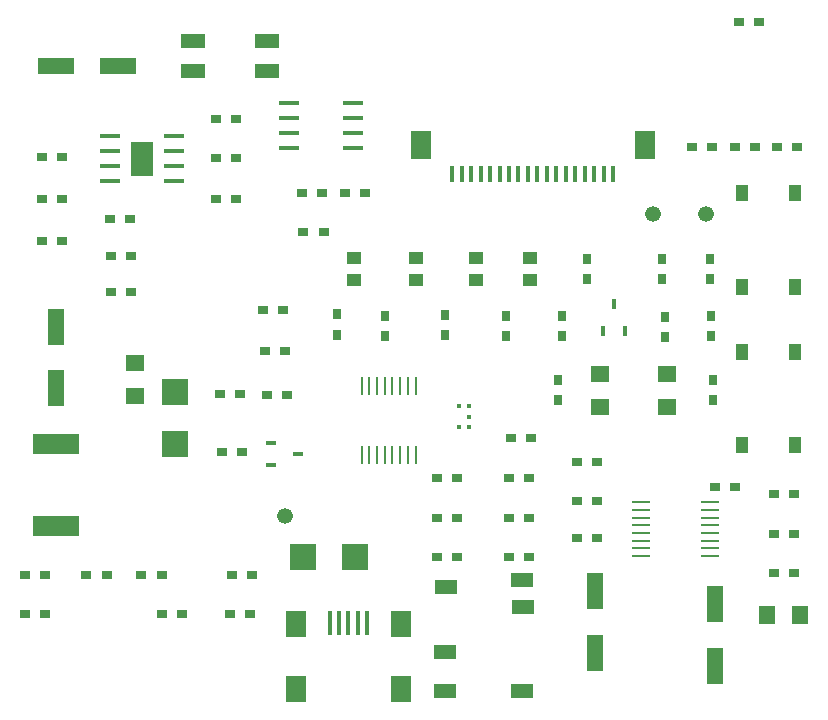
<source format=gbr>
G04 DipTrace 2.4.0.2*
%INBottomPaste.gbr*%
%MOMM*%
%ADD46R,1.8X0.4*%
%ADD66R,2.0X1.2*%
%ADD68R,0.322X0.4*%
%ADD70C,0.05*%
%ADD72R,0.2X1.6*%
%ADD74R,1.2X0.1*%
%ADD76R,1.9X3.0*%
%ADD78R,0.1X0.55*%
%ADD80R,0.45X0.1*%
%ADD81R,1.6X0.2*%
%ADD84C,1.324*%
%ADD88R,1.3X1.1*%
%ADD90R,0.45X0.85*%
%ADD92R,0.85X0.45*%
%ADD94R,3.86X1.71*%
%ADD96R,1.95X1.3*%
%ADD98R,1.8X2.3*%
%ADD100R,0.3X2.1*%
%ADD102R,1.8X2.4*%
%ADD104R,0.4X1.4*%
%ADD111R,2.2X2.2*%
%ADD113R,3.1X1.45*%
%ADD115R,1.4X1.6*%
%ADD117R,1.45X3.1*%
%ADD119R,1.6X1.4*%
%ADD121R,0.8X0.9*%
%ADD122R,0.9X0.8*%
%ADD124R,1.1X1.35*%
%FSLAX53Y53*%
G04*
G71*
G90*
G75*
G01*
%LNBotPaste*%
%LPD*%
D122*
X45760Y54160D3*
X47460D3*
X84080Y58080D3*
X82380D3*
D121*
X66240Y48600D3*
Y46900D3*
D119*
X67386Y38880D3*
Y36080D3*
D121*
X63795Y38333D3*
Y36633D3*
D117*
X66960Y20470D3*
Y15270D3*
D119*
X73060Y38880D3*
Y36080D3*
D121*
X76982Y38334D3*
Y36634D3*
D117*
X77120Y19350D3*
Y14150D3*
D122*
X61410Y23320D3*
X59710D3*
D115*
X81520Y18480D3*
X84320D3*
D122*
X82070Y22000D3*
X83770D3*
X55280Y23360D3*
X53580D3*
X80880Y68680D3*
X79180D3*
X76880Y58080D3*
X75180D3*
X80480D3*
X78780D3*
X25920Y52000D3*
X27620D3*
X21860Y50090D3*
X20160D3*
X35200Y37120D3*
X36900D3*
D119*
X28000Y39750D3*
Y36950D3*
D113*
X21350Y64960D3*
X26550D3*
D122*
X27680Y45760D3*
X25980D3*
X37920Y21840D3*
X36220D3*
D121*
X45150Y42190D3*
Y43890D3*
D117*
X21280Y42850D3*
Y37650D3*
D122*
X32030Y18560D3*
X30330D3*
X20400Y21840D3*
X18700D3*
X20400Y18560D3*
X18700D3*
D111*
X42240Y23360D3*
X46640D3*
D122*
X20160Y57200D3*
X21860D3*
D111*
X31430Y37360D3*
Y32960D3*
D104*
X54882Y55773D3*
X55678D3*
X56478D3*
X57278D3*
X58078D3*
X58878D3*
X59678D3*
X60478D3*
X61278D3*
X62078D3*
X62878D3*
X63678D3*
X64478D3*
X65278D3*
X66078D3*
X66878D3*
D102*
X71148Y58232D3*
X52214D3*
D104*
X67678Y55773D3*
X68477D3*
D100*
X47680Y17760D3*
X46880D3*
X46080D3*
X45280D3*
X44480D3*
D98*
X50530Y17660D3*
X41630D3*
X50530Y12160D3*
X41630D3*
D96*
X60800Y12000D3*
X54368Y20797D3*
X60788Y21397D3*
X60822Y19097D3*
X54291Y15347D3*
Y11997D3*
D94*
X21280Y25970D3*
Y32960D3*
D92*
X39520Y31120D3*
Y33020D3*
X41820Y32070D3*
D90*
X69520Y42480D3*
X67620D3*
X68570Y44780D3*
D122*
X43970Y50910D3*
X42270D3*
X43840Y54160D3*
X42140D3*
X83770Y25330D3*
X82070D3*
X65440Y28120D3*
X67140D3*
X61410Y26640D3*
X59710D3*
X61410Y30080D3*
X59710D3*
X55280Y26640D3*
X53580D3*
X55280Y30080D3*
X53580D3*
X65440Y24960D3*
X67140D3*
X83770Y28720D3*
X82070D3*
X65440Y31440D3*
X67140D3*
X78800Y29280D3*
X77100D3*
X34860Y53660D3*
X36560D3*
Y60480D3*
X34860D3*
X36560Y57110D3*
X34860D3*
X21860Y53640D3*
X20160D3*
D88*
X61440Y46800D3*
Y48700D3*
X56880Y46800D3*
Y48700D3*
X51840Y46800D3*
Y48700D3*
X46560Y46800D3*
Y48700D3*
D121*
X72880Y42000D3*
Y43700D3*
X76800Y42080D3*
Y43780D3*
D122*
X38880Y44280D3*
X40580D3*
X27700Y48880D3*
X26000D3*
X40720Y40790D3*
X39020D3*
D121*
X64160Y43760D3*
Y42060D3*
X54240Y43840D3*
Y42140D3*
D122*
X25600Y21840D3*
X23900D3*
X37040Y32240D3*
X35340D3*
X39180Y37040D3*
X40880D3*
X30260Y21840D3*
X28560D3*
X37760Y18560D3*
X36060D3*
D121*
X59440Y43760D3*
Y42060D3*
X49200Y43760D3*
Y42060D3*
X76720Y48600D3*
Y46900D3*
X72640Y48600D3*
Y46900D3*
D124*
X83920Y46240D3*
Y54190D3*
X79420Y46240D3*
Y54190D3*
X83920Y32800D3*
Y40750D3*
X79420Y32800D3*
Y40750D3*
D84*
X40700Y26850D3*
X71840Y52400D3*
X76320Y52410D3*
D46*
X46440Y61760D3*
Y60490D3*
Y59220D3*
Y57950D3*
X41040D3*
Y59220D3*
Y60490D3*
Y61760D3*
D81*
X70880Y23440D3*
Y24090D3*
Y24740D3*
Y25390D3*
Y26040D3*
Y26690D3*
Y27340D3*
Y27990D3*
X76680D3*
Y27340D3*
Y26690D3*
Y26040D3*
Y25390D3*
Y24740D3*
Y24090D3*
Y23440D3*
D80*
X83600Y64580D3*
Y64080D3*
Y63580D3*
Y63080D3*
Y62580D3*
Y62080D3*
D78*
X82875Y61355D3*
X82375D3*
X81875D3*
X81375D3*
X80875D3*
X80375D3*
D80*
X79650Y62080D3*
Y62580D3*
Y63080D3*
Y63580D3*
Y64080D3*
Y64580D3*
D78*
X80375Y65305D3*
X80875D3*
X81375D3*
X81875D3*
X82375D3*
X82875D3*
D46*
X31280Y59040D3*
Y57770D3*
Y56500D3*
Y55230D3*
X25880D3*
Y56500D3*
Y57770D3*
Y59040D3*
D76*
X28580Y57035D3*
D74*
X30720Y26160D3*
Y26660D3*
Y27160D3*
Y27660D3*
Y28160D3*
X35120D3*
Y27660D3*
Y27160D3*
Y26660D3*
Y26160D3*
D72*
X47210Y37800D3*
X47860D3*
X48510D3*
X49160D3*
X49810D3*
X50460D3*
X51110D3*
X51760D3*
Y32000D3*
X51110D3*
X50460D3*
X49810D3*
X49160D3*
X48510D3*
X47860D3*
X47210D3*
D70*
X54929Y35260D3*
D68*
X55470Y34370D3*
Y36169D3*
X56292Y36148D3*
Y35252D3*
Y34353D3*
D66*
X32880Y67040D3*
Y64540D3*
X39180D3*
Y67040D3*
D122*
X59830Y33410D3*
X61530D3*
M02*

</source>
